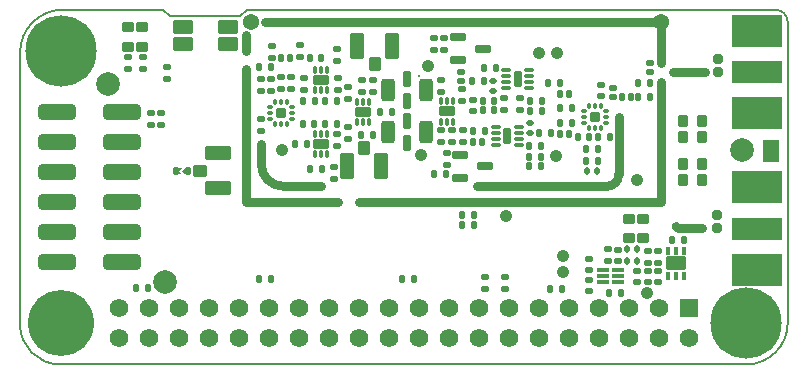
<source format=gts>
G04*
G04 #@! TF.GenerationSoftware,Altium Limited,CircuitStudio,1.5.2 (30)*
G04*
G04 Layer_Color=20142*
%FSLAX25Y25*%
%MOIN*%
G70*
G01*
G75*
%ADD49C,0.00500*%
%ADD112C,0.03000*%
%ADD113R,0.05500X0.07700*%
G04:AMPARAMS|DCode=114|XSize=26.38mil|YSize=20.47mil|CornerRadius=5.81mil|HoleSize=0mil|Usage=FLASHONLY|Rotation=270.000|XOffset=0mil|YOffset=0mil|HoleType=Round|Shape=RoundedRectangle|*
%AMROUNDEDRECTD114*
21,1,0.02638,0.00886,0,0,270.0*
21,1,0.01476,0.02047,0,0,270.0*
1,1,0.01161,-0.00443,-0.00738*
1,1,0.01161,-0.00443,0.00738*
1,1,0.01161,0.00443,0.00738*
1,1,0.01161,0.00443,-0.00738*
%
%ADD114ROUNDEDRECTD114*%
G04:AMPARAMS|DCode=115|XSize=68.93mil|YSize=45.31mil|CornerRadius=5.33mil|HoleSize=0mil|Usage=FLASHONLY|Rotation=180.000|XOffset=0mil|YOffset=0mil|HoleType=Round|Shape=RoundedRectangle|*
%AMROUNDEDRECTD115*
21,1,0.06893,0.03465,0,0,180.0*
21,1,0.05827,0.04531,0,0,180.0*
1,1,0.01066,-0.02913,0.01732*
1,1,0.01066,0.02913,0.01732*
1,1,0.01066,0.02913,-0.01732*
1,1,0.01066,-0.02913,-0.01732*
%
%ADD115ROUNDEDRECTD115*%
G04:AMPARAMS|DCode=116|XSize=27.59mil|YSize=15.78mil|CornerRadius=4.45mil|HoleSize=0mil|Usage=FLASHONLY|Rotation=90.000|XOffset=0mil|YOffset=0mil|HoleType=Round|Shape=RoundedRectangle|*
%AMROUNDEDRECTD116*
21,1,0.02759,0.00689,0,0,90.0*
21,1,0.01870,0.01578,0,0,90.0*
1,1,0.00889,0.00345,0.00935*
1,1,0.00889,0.00345,-0.00935*
1,1,0.00889,-0.00345,-0.00935*
1,1,0.00889,-0.00345,0.00935*
%
%ADD116ROUNDEDRECTD116*%
G04:AMPARAMS|DCode=117|XSize=26.38mil|YSize=22.44mil|CornerRadius=6.3mil|HoleSize=0mil|Usage=FLASHONLY|Rotation=0.000|XOffset=0mil|YOffset=0mil|HoleType=Round|Shape=RoundedRectangle|*
%AMROUNDEDRECTD117*
21,1,0.02638,0.00984,0,0,0.0*
21,1,0.01378,0.02244,0,0,0.0*
1,1,0.01260,0.00689,-0.00492*
1,1,0.01260,-0.00689,-0.00492*
1,1,0.01260,-0.00689,0.00492*
1,1,0.01260,0.00689,0.00492*
%
%ADD117ROUNDEDRECTD117*%
G04:AMPARAMS|DCode=118|XSize=26.38mil|YSize=22.44mil|CornerRadius=6.3mil|HoleSize=0mil|Usage=FLASHONLY|Rotation=270.000|XOffset=0mil|YOffset=0mil|HoleType=Round|Shape=RoundedRectangle|*
%AMROUNDEDRECTD118*
21,1,0.02638,0.00984,0,0,270.0*
21,1,0.01378,0.02244,0,0,270.0*
1,1,0.01260,-0.00492,-0.00689*
1,1,0.01260,-0.00492,0.00689*
1,1,0.01260,0.00492,0.00689*
1,1,0.01260,0.00492,-0.00689*
%
%ADD118ROUNDEDRECTD118*%
%ADD119C,0.04137*%
G04:AMPARAMS|DCode=120|XSize=26.38mil|YSize=20.47mil|CornerRadius=5.81mil|HoleSize=0mil|Usage=FLASHONLY|Rotation=180.000|XOffset=0mil|YOffset=0mil|HoleType=Round|Shape=RoundedRectangle|*
%AMROUNDEDRECTD120*
21,1,0.02638,0.00886,0,0,180.0*
21,1,0.01476,0.02047,0,0,180.0*
1,1,0.01161,-0.00738,0.00443*
1,1,0.01161,0.00738,0.00443*
1,1,0.01161,0.00738,-0.00443*
1,1,0.01161,-0.00738,-0.00443*
%
%ADD120ROUNDEDRECTD120*%
G04:AMPARAMS|DCode=121|XSize=24.41mil|YSize=20.47mil|CornerRadius=5.81mil|HoleSize=0mil|Usage=FLASHONLY|Rotation=270.000|XOffset=0mil|YOffset=0mil|HoleType=Round|Shape=RoundedRectangle|*
%AMROUNDEDRECTD121*
21,1,0.02441,0.00886,0,0,270.0*
21,1,0.01280,0.02047,0,0,270.0*
1,1,0.01161,-0.00443,-0.00640*
1,1,0.01161,-0.00443,0.00640*
1,1,0.01161,0.00443,0.00640*
1,1,0.01161,0.00443,-0.00640*
%
%ADD121ROUNDEDRECTD121*%
G04:AMPARAMS|DCode=122|XSize=40.01mil|YSize=13.63mil|CornerRadius=2.83mil|HoleSize=0mil|Usage=FLASHONLY|Rotation=180.000|XOffset=0mil|YOffset=0mil|HoleType=Round|Shape=RoundedRectangle|*
%AMROUNDEDRECTD122*
21,1,0.04001,0.00797,0,0,180.0*
21,1,0.03435,0.01363,0,0,180.0*
1,1,0.00566,-0.01718,0.00399*
1,1,0.00566,0.01718,0.00399*
1,1,0.00566,0.01718,-0.00399*
1,1,0.00566,-0.01718,-0.00399*
%
%ADD122ROUNDEDRECTD122*%
G04:AMPARAMS|DCode=123|XSize=34.25mil|YSize=34.25mil|CornerRadius=4.53mil|HoleSize=0mil|Usage=FLASHONLY|Rotation=90.000|XOffset=0mil|YOffset=0mil|HoleType=Round|Shape=RoundedRectangle|*
%AMROUNDEDRECTD123*
21,1,0.03425,0.02520,0,0,90.0*
21,1,0.02520,0.03425,0,0,90.0*
1,1,0.00906,0.01260,0.01260*
1,1,0.00906,0.01260,-0.01260*
1,1,0.00906,-0.01260,-0.01260*
1,1,0.00906,-0.01260,0.01260*
%
%ADD123ROUNDEDRECTD123*%
G04:AMPARAMS|DCode=124|XSize=20.87mil|YSize=10.63mil|CornerRadius=4.53mil|HoleSize=0mil|Usage=FLASHONLY|Rotation=90.000|XOffset=0mil|YOffset=0mil|HoleType=Round|Shape=RoundedRectangle|*
%AMROUNDEDRECTD124*
21,1,0.02087,0.00158,0,0,90.0*
21,1,0.01181,0.01063,0,0,90.0*
1,1,0.00906,0.00079,0.00591*
1,1,0.00906,0.00079,-0.00591*
1,1,0.00906,-0.00079,-0.00591*
1,1,0.00906,-0.00079,0.00591*
%
%ADD124ROUNDEDRECTD124*%
G04:AMPARAMS|DCode=125|XSize=20.87mil|YSize=10.63mil|CornerRadius=4.53mil|HoleSize=0mil|Usage=FLASHONLY|Rotation=0.000|XOffset=0mil|YOffset=0mil|HoleType=Round|Shape=RoundedRectangle|*
%AMROUNDEDRECTD125*
21,1,0.02087,0.00158,0,0,0.0*
21,1,0.01181,0.01063,0,0,0.0*
1,1,0.00906,0.00591,-0.00079*
1,1,0.00906,-0.00591,-0.00079*
1,1,0.00906,-0.00591,0.00079*
1,1,0.00906,0.00591,0.00079*
%
%ADD125ROUNDEDRECTD125*%
G04:AMPARAMS|DCode=126|XSize=44.34mil|YSize=89.61mil|CornerRadius=5.63mil|HoleSize=0mil|Usage=FLASHONLY|Rotation=0.000|XOffset=0mil|YOffset=0mil|HoleType=Round|Shape=RoundedRectangle|*
%AMROUNDEDRECTD126*
21,1,0.04434,0.07835,0,0,0.0*
21,1,0.03307,0.08961,0,0,0.0*
1,1,0.01127,0.01654,-0.03917*
1,1,0.01127,-0.01654,-0.03917*
1,1,0.01127,-0.01654,0.03917*
1,1,0.01127,0.01654,0.03917*
%
%ADD126ROUNDEDRECTD126*%
G04:AMPARAMS|DCode=127|XSize=42.37mil|YSize=44.34mil|CornerRadius=5.44mil|HoleSize=0mil|Usage=FLASHONLY|Rotation=0.000|XOffset=0mil|YOffset=0mil|HoleType=Round|Shape=RoundedRectangle|*
%AMROUNDEDRECTD127*
21,1,0.04237,0.03347,0,0,0.0*
21,1,0.03150,0.04434,0,0,0.0*
1,1,0.01087,0.01575,-0.01673*
1,1,0.01087,-0.01575,-0.01673*
1,1,0.01087,-0.01575,0.01673*
1,1,0.01087,0.01575,0.01673*
%
%ADD127ROUNDEDRECTD127*%
G04:AMPARAMS|DCode=128|XSize=44.34mil|YSize=89.61mil|CornerRadius=5.63mil|HoleSize=0mil|Usage=FLASHONLY|Rotation=270.000|XOffset=0mil|YOffset=0mil|HoleType=Round|Shape=RoundedRectangle|*
%AMROUNDEDRECTD128*
21,1,0.04434,0.07835,0,0,270.0*
21,1,0.03307,0.08961,0,0,270.0*
1,1,0.01127,-0.03917,-0.01654*
1,1,0.01127,-0.03917,0.01654*
1,1,0.01127,0.03917,0.01654*
1,1,0.01127,0.03917,-0.01654*
%
%ADD128ROUNDEDRECTD128*%
G04:AMPARAMS|DCode=129|XSize=42.37mil|YSize=44.34mil|CornerRadius=5.44mil|HoleSize=0mil|Usage=FLASHONLY|Rotation=270.000|XOffset=0mil|YOffset=0mil|HoleType=Round|Shape=RoundedRectangle|*
%AMROUNDEDRECTD129*
21,1,0.04237,0.03347,0,0,270.0*
21,1,0.03150,0.04434,0,0,270.0*
1,1,0.01087,-0.01673,-0.01575*
1,1,0.01087,-0.01673,0.01575*
1,1,0.01087,0.01673,0.01575*
1,1,0.01087,0.01673,-0.01575*
%
%ADD129ROUNDEDRECTD129*%
G04:AMPARAMS|DCode=130|XSize=54.17mil|YSize=34.49mil|CornerRadius=6.22mil|HoleSize=0mil|Usage=FLASHONLY|Rotation=180.000|XOffset=0mil|YOffset=0mil|HoleType=Round|Shape=RoundedRectangle|*
%AMROUNDEDRECTD130*
21,1,0.05417,0.02205,0,0,180.0*
21,1,0.04173,0.03449,0,0,180.0*
1,1,0.01244,-0.02087,0.01102*
1,1,0.01244,0.02087,0.01102*
1,1,0.01244,0.02087,-0.01102*
1,1,0.01244,-0.02087,-0.01102*
%
%ADD130ROUNDEDRECTD130*%
G04:AMPARAMS|DCode=131|XSize=24.65mil|YSize=12.84mil|CornerRadius=2.97mil|HoleSize=0mil|Usage=FLASHONLY|Rotation=90.000|XOffset=0mil|YOffset=0mil|HoleType=Round|Shape=RoundedRectangle|*
%AMROUNDEDRECTD131*
21,1,0.02465,0.00689,0,0,90.0*
21,1,0.01870,0.01284,0,0,90.0*
1,1,0.00595,0.00345,0.00935*
1,1,0.00595,0.00345,-0.00935*
1,1,0.00595,-0.00345,-0.00935*
1,1,0.00595,-0.00345,0.00935*
%
%ADD131ROUNDEDRECTD131*%
G04:AMPARAMS|DCode=132|XSize=127.2mil|YSize=52mil|CornerRadius=13.5mil|HoleSize=0mil|Usage=FLASHONLY|Rotation=180.000|XOffset=0mil|YOffset=0mil|HoleType=Round|Shape=RoundedRectangle|*
%AMROUNDEDRECTD132*
21,1,0.12720,0.02500,0,0,180.0*
21,1,0.10020,0.05200,0,0,180.0*
1,1,0.02700,-0.05010,0.01250*
1,1,0.02700,0.05010,0.01250*
1,1,0.02700,0.05010,-0.01250*
1,1,0.02700,-0.05010,-0.01250*
%
%ADD132ROUNDEDRECTD132*%
G04:AMPARAMS|DCode=133|XSize=24.41mil|YSize=20.47mil|CornerRadius=5.81mil|HoleSize=0mil|Usage=FLASHONLY|Rotation=0.000|XOffset=0mil|YOffset=0mil|HoleType=Round|Shape=RoundedRectangle|*
%AMROUNDEDRECTD133*
21,1,0.02441,0.00886,0,0,0.0*
21,1,0.01280,0.02047,0,0,0.0*
1,1,0.01161,0.00640,-0.00443*
1,1,0.01161,-0.00640,-0.00443*
1,1,0.01161,-0.00640,0.00443*
1,1,0.01161,0.00640,0.00443*
%
%ADD133ROUNDEDRECTD133*%
G04:AMPARAMS|DCode=134|XSize=51.43mil|YSize=26.62mil|CornerRadius=4.45mil|HoleSize=0mil|Usage=FLASHONLY|Rotation=0.000|XOffset=0mil|YOffset=0mil|HoleType=Round|Shape=RoundedRectangle|*
%AMROUNDEDRECTD134*
21,1,0.05143,0.01772,0,0,0.0*
21,1,0.04252,0.02662,0,0,0.0*
1,1,0.00891,0.02126,-0.00886*
1,1,0.00891,-0.02126,-0.00886*
1,1,0.00891,-0.02126,0.00886*
1,1,0.00891,0.02126,0.00886*
%
%ADD134ROUNDEDRECTD134*%
%ADD135R,0.16796X0.07308*%
%ADD136R,0.16796X0.10792*%
%ADD137C,0.07874*%
G04:AMPARAMS|DCode=138|XSize=12.84mil|YSize=32.52mil|CornerRadius=2.97mil|HoleSize=0mil|Usage=FLASHONLY|Rotation=270.000|XOffset=0mil|YOffset=0mil|HoleType=Round|Shape=RoundedRectangle|*
%AMROUNDEDRECTD138*
21,1,0.01284,0.02658,0,0,270.0*
21,1,0.00689,0.03252,0,0,270.0*
1,1,0.00595,-0.01329,-0.00345*
1,1,0.00595,-0.01329,0.00345*
1,1,0.00595,0.01329,0.00345*
1,1,0.00595,0.01329,-0.00345*
%
%ADD138ROUNDEDRECTD138*%
G04:AMPARAMS|DCode=139|XSize=50.24mil|YSize=26.61mil|CornerRadius=5.04mil|HoleSize=0mil|Usage=FLASHONLY|Rotation=270.000|XOffset=0mil|YOffset=0mil|HoleType=Round|Shape=RoundedRectangle|*
%AMROUNDEDRECTD139*
21,1,0.05024,0.01654,0,0,270.0*
21,1,0.04016,0.02661,0,0,270.0*
1,1,0.01008,-0.00827,-0.02008*
1,1,0.01008,-0.00827,0.02008*
1,1,0.01008,0.00827,0.02008*
1,1,0.01008,0.00827,-0.02008*
%
%ADD139ROUNDEDRECTD139*%
G04:AMPARAMS|DCode=140|XSize=16.93mil|YSize=25.76mil|CornerRadius=2.09mil|HoleSize=0mil|Usage=FLASHONLY|Rotation=180.000|XOffset=0mil|YOffset=0mil|HoleType=Round|Shape=RoundedRectangle|*
%AMROUNDEDRECTD140*
21,1,0.01693,0.02158,0,0,180.0*
21,1,0.01276,0.02576,0,0,180.0*
1,1,0.00417,-0.00638,0.01079*
1,1,0.00417,0.00638,0.01079*
1,1,0.00417,0.00638,-0.01079*
1,1,0.00417,-0.00638,-0.01079*
%
%ADD140ROUNDEDRECTD140*%
G04:AMPARAMS|DCode=141|XSize=16.93mil|YSize=25.76mil|CornerRadius=2.09mil|HoleSize=0mil|Usage=FLASHONLY|Rotation=90.000|XOffset=0mil|YOffset=0mil|HoleType=Round|Shape=RoundedRectangle|*
%AMROUNDEDRECTD141*
21,1,0.01693,0.02158,0,0,90.0*
21,1,0.01276,0.02576,0,0,90.0*
1,1,0.00417,0.01079,0.00638*
1,1,0.00417,0.01079,-0.00638*
1,1,0.00417,-0.01079,-0.00638*
1,1,0.00417,-0.01079,0.00638*
%
%ADD141ROUNDEDRECTD141*%
G04:AMPARAMS|DCode=142|XSize=30.56mil|YSize=30.56mil|CornerRadius=4.26mil|HoleSize=0mil|Usage=FLASHONLY|Rotation=90.000|XOffset=0mil|YOffset=0mil|HoleType=Round|Shape=RoundedRectangle|*
%AMROUNDEDRECTD142*
21,1,0.03056,0.02205,0,0,90.0*
21,1,0.02205,0.03056,0,0,90.0*
1,1,0.00851,0.01102,0.01102*
1,1,0.00851,0.01102,-0.01102*
1,1,0.00851,-0.01102,-0.01102*
1,1,0.00851,-0.01102,0.01102*
%
%ADD142ROUNDEDRECTD142*%
G04:AMPARAMS|DCode=143|XSize=34.89mil|YSize=39.61mil|CornerRadius=6.28mil|HoleSize=0mil|Usage=FLASHONLY|Rotation=270.000|XOffset=0mil|YOffset=0mil|HoleType=Round|Shape=RoundedRectangle|*
%AMROUNDEDRECTD143*
21,1,0.03489,0.02705,0,0,270.0*
21,1,0.02232,0.03961,0,0,270.0*
1,1,0.01257,-0.01352,-0.01116*
1,1,0.01257,-0.01352,0.01116*
1,1,0.01257,0.01352,0.01116*
1,1,0.01257,0.01352,-0.01116*
%
%ADD143ROUNDEDRECTD143*%
G04:AMPARAMS|DCode=144|XSize=34.89mil|YSize=39.61mil|CornerRadius=6.28mil|HoleSize=0mil|Usage=FLASHONLY|Rotation=180.000|XOffset=0mil|YOffset=0mil|HoleType=Round|Shape=RoundedRectangle|*
%AMROUNDEDRECTD144*
21,1,0.03489,0.02705,0,0,180.0*
21,1,0.02232,0.03961,0,0,180.0*
1,1,0.01257,-0.01116,0.01352*
1,1,0.01257,0.01116,0.01352*
1,1,0.01257,0.01116,-0.01352*
1,1,0.01257,-0.01116,-0.01352*
%
%ADD144ROUNDEDRECTD144*%
G04:AMPARAMS|DCode=145|XSize=67.96mil|YSize=44.34mil|CornerRadius=5.63mil|HoleSize=0mil|Usage=FLASHONLY|Rotation=180.000|XOffset=0mil|YOffset=0mil|HoleType=Round|Shape=RoundedRectangle|*
%AMROUNDEDRECTD145*
21,1,0.06796,0.03307,0,0,180.0*
21,1,0.05669,0.04434,0,0,180.0*
1,1,0.01127,-0.02835,0.01654*
1,1,0.01127,0.02835,0.01654*
1,1,0.01127,0.02835,-0.01654*
1,1,0.01127,-0.02835,-0.01654*
%
%ADD145ROUNDEDRECTD145*%
G04:AMPARAMS|DCode=146|XSize=73.87mil|YSize=43.95mil|CornerRadius=7.64mil|HoleSize=0mil|Usage=FLASHONLY|Rotation=90.000|XOffset=0mil|YOffset=0mil|HoleType=Round|Shape=RoundedRectangle|*
%AMROUNDEDRECTD146*
21,1,0.07387,0.02866,0,0,90.0*
21,1,0.05858,0.04395,0,0,90.0*
1,1,0.01528,0.01433,0.02929*
1,1,0.01528,0.01433,-0.02929*
1,1,0.01528,-0.01433,-0.02929*
1,1,0.01528,-0.01433,0.02929*
%
%ADD146ROUNDEDRECTD146*%
G04:AMPARAMS|DCode=147|XSize=52.02mil|YSize=27.02mil|CornerRadius=5.1mil|HoleSize=0mil|Usage=FLASHONLY|Rotation=90.000|XOffset=0mil|YOffset=0mil|HoleType=Round|Shape=RoundedRectangle|*
%AMROUNDEDRECTD147*
21,1,0.05202,0.01681,0,0,90.0*
21,1,0.04181,0.02702,0,0,90.0*
1,1,0.01021,0.00841,0.02091*
1,1,0.01021,0.00841,-0.02091*
1,1,0.01021,-0.00841,-0.02091*
1,1,0.01021,-0.00841,0.02091*
%
%ADD147ROUNDEDRECTD147*%
%ADD148C,0.02662*%
%ADD149C,0.06206*%
%ADD150R,0.06206X0.06206*%
%ADD151C,0.22000*%
%ADD152C,0.23748*%
%ADD153C,0.05418*%
%ADD154C,0.01300*%
G36*
X1088476Y764981D02*
X1087576Y764081D01*
Y763781D01*
X1088476Y762881D01*
Y762781D01*
X1086776D01*
Y765081D01*
X1088476D01*
Y764981D01*
D02*
G37*
G36*
X1090376Y762781D02*
X1089576D01*
X1088576Y763781D01*
Y764081D01*
X1089576Y765081D01*
X1090376D01*
Y762781D01*
D02*
G37*
D49*
X1276749Y699502D02*
G03*
X1290528Y713281I0J13780D01*
G01*
X1034623Y712769D02*
G03*
X1047891Y699502I13268J0D01*
G01*
X1048995Y817730D02*
G03*
X1034623Y803358I0J-14372D01*
G01*
X1290528Y813564D02*
G03*
X1286362Y817730I-4166J0D01*
G01*
X1047891Y699502D02*
X1276749Y699502D01*
X1034623Y712769D02*
X1034623Y796470D01*
X1290528Y718006D02*
Y767631D01*
X1084591Y815466D02*
X1107961D01*
X1034623Y796470D02*
Y803358D01*
X1290528Y713281D02*
Y718006D01*
X1110224Y817730D02*
X1286362D01*
X1290528Y767631D02*
Y813564D01*
X1082327Y817730D02*
X1084591Y815466D01*
X1048995Y817730D02*
X1082327D01*
X1107961Y815466D02*
X1110224Y817730D01*
D112*
X1253326Y745381D02*
G03*
X1253926Y744781I600J0D01*
G01*
X1230326Y758881D02*
G03*
X1234226Y762781I0J3900D01*
G01*
X1115026Y766201D02*
G03*
X1122346Y758881I7320J0D01*
G01*
X1252226Y796781D02*
X1262926D01*
X1253926Y744781D02*
X1261926D01*
X1122346Y758881D02*
X1134926D01*
X1187126D02*
X1230326D01*
X1234226Y762781D02*
Y781781D01*
X1115026Y766201D02*
Y772781D01*
X1116356Y813561D02*
X1248276D01*
X1109876Y753681D02*
X1140776D01*
X1147476D02*
X1248276D01*
Y793731D01*
Y799931D02*
Y813561D01*
X1109876Y753681D02*
Y797931D01*
Y803981D02*
Y809131D01*
D113*
X1284876Y770731D02*
D03*
D114*
X1235126Y723281D02*
D03*
X1231126D02*
D03*
X1251826Y740881D02*
D03*
X1255826D02*
D03*
X1118176Y727781D02*
D03*
X1114176D02*
D03*
X1077176Y724881D02*
D03*
X1073176D02*
D03*
X1090476Y763931D02*
D03*
X1086476D02*
D03*
X1208366Y768759D02*
D03*
X1204366D02*
D03*
X1204276Y765581D02*
D03*
X1208276D02*
D03*
X1211276Y724481D02*
D03*
X1215276D02*
D03*
X1172676Y762981D02*
D03*
X1176676D02*
D03*
D115*
X1253301Y733156D02*
D03*
D116*
X1250742Y737290D02*
D03*
X1253301D02*
D03*
X1255860D02*
D03*
Y729022D02*
D03*
X1253301D02*
D03*
X1250742D02*
D03*
D117*
X1152176Y790213D02*
D03*
Y794150D02*
D03*
X1174876Y790213D02*
D03*
Y794150D02*
D03*
Y777450D02*
D03*
Y773513D02*
D03*
X1081576Y779313D02*
D03*
Y783250D02*
D03*
X1118376Y790613D02*
D03*
Y794550D02*
D03*
X1247201Y733387D02*
D03*
Y737324D02*
D03*
X1243801Y730724D02*
D03*
Y726787D02*
D03*
Y737324D02*
D03*
Y733387D02*
D03*
X1247201Y730724D02*
D03*
Y726787D02*
D03*
X1078176Y779313D02*
D03*
Y783250D02*
D03*
X1115000Y777311D02*
D03*
Y781248D02*
D03*
X1121676Y795350D02*
D03*
Y791413D02*
D03*
X1124876Y795350D02*
D03*
Y791413D02*
D03*
X1114976Y790613D02*
D03*
Y794550D02*
D03*
X1140376Y772213D02*
D03*
Y776150D02*
D03*
X1224276Y730813D02*
D03*
Y734750D02*
D03*
X1240401Y726787D02*
D03*
Y730724D02*
D03*
X1233876Y733813D02*
D03*
Y737750D02*
D03*
X1224276Y727750D02*
D03*
Y723813D02*
D03*
X1083476Y798550D02*
D03*
Y794613D02*
D03*
X1140276Y800713D02*
D03*
Y804650D02*
D03*
X1129376Y795050D02*
D03*
Y791113D02*
D03*
X1139296Y765280D02*
D03*
Y761343D02*
D03*
X1143876Y774713D02*
D03*
Y778650D02*
D03*
Y791950D02*
D03*
Y788013D02*
D03*
X1182076Y791150D02*
D03*
Y787213D02*
D03*
X1182376Y777450D02*
D03*
Y773513D02*
D03*
X1228176Y788813D02*
D03*
Y792750D02*
D03*
X1201172Y784334D02*
D03*
Y788271D02*
D03*
X1195922Y784265D02*
D03*
Y788202D02*
D03*
X1140566Y794860D02*
D03*
Y790923D02*
D03*
X1127856Y801893D02*
D03*
Y805830D02*
D03*
X1118606Y801713D02*
D03*
Y805650D02*
D03*
X1185576Y787750D02*
D03*
Y783813D02*
D03*
X1148576Y790213D02*
D03*
Y794150D02*
D03*
X1178576Y777450D02*
D03*
Y773513D02*
D03*
D118*
X1154707Y783581D02*
D03*
X1158644D02*
D03*
X1227144Y771281D02*
D03*
X1223207D02*
D03*
X1161907Y727781D02*
D03*
X1165844D02*
D03*
X1132744Y779681D02*
D03*
X1128807D02*
D03*
X1136307Y787281D02*
D03*
X1140244D02*
D03*
X1136207Y779681D02*
D03*
X1140144D02*
D03*
X1244644Y788681D02*
D03*
X1240707D02*
D03*
X1231142Y775181D02*
D03*
X1227205D02*
D03*
X1220507D02*
D03*
X1224444D02*
D03*
X1227144Y767281D02*
D03*
X1223207D02*
D03*
X1130174Y772848D02*
D03*
X1126237D02*
D03*
X1132844Y787281D02*
D03*
X1128907D02*
D03*
X1211654Y776524D02*
D03*
X1207717D02*
D03*
X1192744Y787381D02*
D03*
X1188807D02*
D03*
X1204607Y787181D02*
D03*
X1208544D02*
D03*
X1189244Y793781D02*
D03*
X1185307D02*
D03*
X1204407Y772181D02*
D03*
X1208344D02*
D03*
X1185607Y777181D02*
D03*
X1189544D02*
D03*
X1208521Y783872D02*
D03*
X1204583D02*
D03*
X1218644Y780031D02*
D03*
X1214707D02*
D03*
X1210571Y793354D02*
D03*
X1214508D02*
D03*
X1214707Y784981D02*
D03*
X1218644D02*
D03*
X1244644Y793181D02*
D03*
X1240707D02*
D03*
X1193166Y798439D02*
D03*
X1189229D02*
D03*
X1192744Y784181D02*
D03*
X1188807D02*
D03*
X1131142Y801721D02*
D03*
X1135079D02*
D03*
X1114217Y798691D02*
D03*
X1118154D02*
D03*
X1131355Y764580D02*
D03*
X1135292D02*
D03*
X1148307Y775781D02*
D03*
X1152244D02*
D03*
X1185944Y749331D02*
D03*
X1182007D02*
D03*
Y745931D02*
D03*
X1185944D02*
D03*
D119*
X1243776Y723181D02*
D03*
X1215676Y735581D02*
D03*
X1196476Y748781D02*
D03*
X1240276Y761081D02*
D03*
X1213376Y769081D02*
D03*
X1121976Y770781D02*
D03*
X1168176Y769281D02*
D03*
X1207676Y803381D02*
D03*
X1213676D02*
D03*
X1170476Y798881D02*
D03*
X1215676Y730181D02*
D03*
D120*
X1230676Y733781D02*
D03*
Y737781D02*
D03*
X1189776Y724481D02*
D03*
Y728481D02*
D03*
X1196376Y724481D02*
D03*
Y728481D02*
D03*
X1172776Y808381D02*
D03*
Y804381D02*
D03*
X1075476Y798081D02*
D03*
Y802081D02*
D03*
X1070676Y798081D02*
D03*
Y802081D02*
D03*
X1176826Y769781D02*
D03*
Y765781D02*
D03*
X1175976Y808381D02*
D03*
Y804381D02*
D03*
D121*
X1240448Y733781D02*
D03*
X1237102D02*
D03*
X1240448Y737781D02*
D03*
X1237102D02*
D03*
X1223503Y763781D02*
D03*
X1226849D02*
D03*
D122*
X1228895Y726913D02*
D03*
Y728881D02*
D03*
Y730850D02*
D03*
X1233856D02*
D03*
Y728881D02*
D03*
Y726913D02*
D03*
D123*
X1226417Y782035D02*
D03*
X1121693Y783217D02*
D03*
D124*
X1224449Y785697D02*
D03*
X1226417D02*
D03*
X1228386D02*
D03*
Y778374D02*
D03*
X1226417D02*
D03*
X1224449D02*
D03*
X1123662Y779555D02*
D03*
X1121693D02*
D03*
X1119724D02*
D03*
Y786878D02*
D03*
X1121693D02*
D03*
X1123662D02*
D03*
D125*
X1230079Y784004D02*
D03*
Y782035D02*
D03*
Y780067D02*
D03*
X1222756D02*
D03*
Y782035D02*
D03*
Y784004D02*
D03*
X1118032Y781248D02*
D03*
Y783217D02*
D03*
Y785185D02*
D03*
X1125354D02*
D03*
Y783217D02*
D03*
Y781248D02*
D03*
D126*
X1158653Y805581D02*
D03*
X1147038D02*
D03*
X1143468Y765581D02*
D03*
X1155083D02*
D03*
D127*
X1152846Y799577D02*
D03*
X1149276Y771585D02*
D03*
D128*
X1100476Y758174D02*
D03*
Y769788D02*
D03*
D129*
X1094472Y763981D02*
D03*
D130*
X1135079Y794240D02*
D03*
Y772980D02*
D03*
X1148996Y783671D02*
D03*
X1176876Y783781D02*
D03*
D131*
X1133110Y797587D02*
D03*
X1135079D02*
D03*
X1137047D02*
D03*
Y790894D02*
D03*
X1135079D02*
D03*
X1133110D02*
D03*
X1137047Y769634D02*
D03*
X1135079D02*
D03*
X1133110D02*
D03*
Y776327D02*
D03*
X1135079D02*
D03*
X1137047D02*
D03*
X1147027Y787018D02*
D03*
X1148996D02*
D03*
X1150964D02*
D03*
Y780325D02*
D03*
X1148996D02*
D03*
X1147027D02*
D03*
X1174907Y787127D02*
D03*
X1176876D02*
D03*
X1178844D02*
D03*
Y780435D02*
D03*
X1176876D02*
D03*
X1174907D02*
D03*
D132*
X1068481Y733478D02*
D03*
Y743478D02*
D03*
Y753478D02*
D03*
Y763478D02*
D03*
Y773478D02*
D03*
Y783478D02*
D03*
X1046985Y733478D02*
D03*
Y743478D02*
D03*
Y753478D02*
D03*
Y763478D02*
D03*
Y773478D02*
D03*
Y783478D02*
D03*
D133*
X1204567Y779968D02*
D03*
Y776622D02*
D03*
X1192375Y790508D02*
D03*
Y793855D02*
D03*
D134*
X1181402Y761741D02*
D03*
X1189749Y765481D02*
D03*
X1181402Y769221D02*
D03*
X1180725Y800998D02*
D03*
X1189072Y804738D02*
D03*
X1180725Y808478D02*
D03*
D135*
X1280174Y744698D02*
D03*
Y796864D02*
D03*
D136*
Y758448D02*
D03*
Y730948D02*
D03*
Y810614D02*
D03*
Y783114D02*
D03*
D137*
X1275326Y770781D02*
D03*
X1082976Y726781D02*
D03*
X1063876Y793081D02*
D03*
D138*
X1204410Y791583D02*
D03*
Y793551D02*
D03*
Y795520D02*
D03*
Y797488D02*
D03*
X1196654Y791583D02*
D03*
Y793551D02*
D03*
Y795520D02*
D03*
Y797488D02*
D03*
X1193150Y778591D02*
D03*
Y776622D02*
D03*
Y774654D02*
D03*
Y772685D02*
D03*
X1200906Y778591D02*
D03*
Y776622D02*
D03*
Y774654D02*
D03*
Y772685D02*
D03*
D139*
X1200532Y794535D02*
D03*
X1197028Y775638D02*
D03*
D140*
X1238276Y788681D02*
D03*
X1235276D02*
D03*
X1214576Y776181D02*
D03*
X1217576D02*
D03*
X1185776Y773581D02*
D03*
X1188776D02*
D03*
X1214583Y789713D02*
D03*
X1217583D02*
D03*
X1124716Y801681D02*
D03*
X1121716D02*
D03*
D141*
X1181776Y793781D02*
D03*
Y796781D02*
D03*
X1244576D02*
D03*
Y799781D02*
D03*
X1232276Y788681D02*
D03*
Y791681D02*
D03*
D142*
X1267433Y796797D02*
D03*
Y801128D02*
D03*
X1266887Y744797D02*
D03*
Y749127D02*
D03*
D143*
X1075456Y805442D02*
D03*
Y811820D02*
D03*
X1070636Y805422D02*
D03*
Y811800D02*
D03*
X1237476Y741692D02*
D03*
Y748070D02*
D03*
X1242376Y741692D02*
D03*
Y748070D02*
D03*
D144*
X1255687Y780481D02*
D03*
X1262065D02*
D03*
X1255687Y775181D02*
D03*
X1262065D02*
D03*
X1255687Y760781D02*
D03*
X1262065D02*
D03*
X1255687Y766181D02*
D03*
X1262065D02*
D03*
D145*
X1088797Y812035D02*
D03*
Y806327D02*
D03*
X1103954Y812035D02*
D03*
Y806327D02*
D03*
D146*
X1157178Y776981D02*
D03*
X1169973D02*
D03*
X1157178Y790981D02*
D03*
X1169973D02*
D03*
D147*
X1163576Y780633D02*
D03*
Y773329D02*
D03*
Y794633D02*
D03*
Y787329D02*
D03*
D148*
X1104348Y812331D02*
D03*
X1088403D02*
D03*
D149*
X1097576Y718281D02*
D03*
Y708281D02*
D03*
X1087576Y718281D02*
D03*
Y708281D02*
D03*
X1077576Y718281D02*
D03*
Y708281D02*
D03*
X1067576Y718281D02*
D03*
Y708281D02*
D03*
X1107576D02*
D03*
Y718281D02*
D03*
X1117576Y708281D02*
D03*
Y718281D02*
D03*
X1127576Y708281D02*
D03*
Y718281D02*
D03*
X1137576Y708281D02*
D03*
Y718281D02*
D03*
X1147576Y708281D02*
D03*
Y718281D02*
D03*
X1157576Y708281D02*
D03*
Y718281D02*
D03*
X1167576Y708281D02*
D03*
Y718281D02*
D03*
X1177576Y708281D02*
D03*
Y718281D02*
D03*
X1187576Y708281D02*
D03*
Y718281D02*
D03*
X1197576Y708281D02*
D03*
Y718281D02*
D03*
X1207576Y708281D02*
D03*
Y718281D02*
D03*
X1217576Y708281D02*
D03*
Y718281D02*
D03*
X1227576Y708281D02*
D03*
Y718281D02*
D03*
X1237576Y708281D02*
D03*
Y718281D02*
D03*
X1247576Y708281D02*
D03*
Y718281D02*
D03*
X1257576Y708281D02*
D03*
D150*
Y718281D02*
D03*
D151*
X1048402Y713281D02*
D03*
D152*
Y803832D02*
D03*
X1276749Y713281D02*
D03*
D153*
X1248276Y813561D02*
D03*
X1111576Y813563D02*
D03*
D154*
X1167576Y795681D02*
D03*
M02*

</source>
